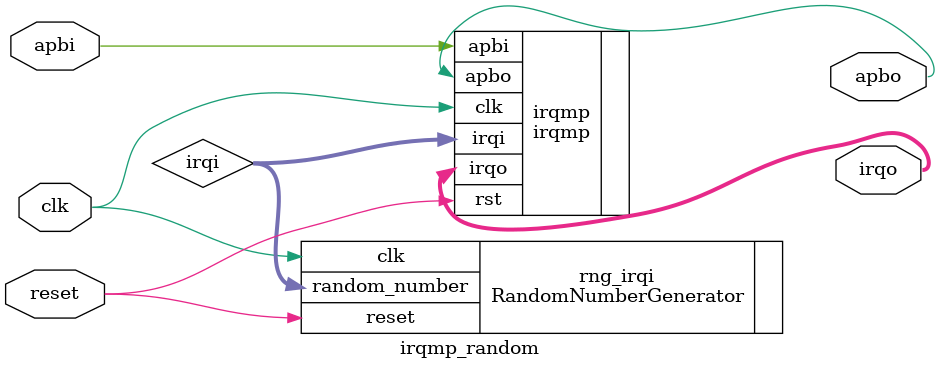
<source format=sv>
/*
* irqmp top level module that incorporates the random number generator
* to allow bitstream generation without Vivado interferance
*/
`include "../../random_number_generator.sv"

module irqmp_random(
    input logic clk,
    input logic reset,
    input logic apbi,
    output logic apbo,
    output logic [31:0] irqo
    );

logic [31:0] irqi;

RandomNumberGenerator #(32, 3) rng_irqi (
  .clk(clk),
  .reset(reset),
  .random_number(irqi[31:0])
);

irqmp irqmp (
    .clk(clk),
    .rst(reset),
    .apbi(apbi),
    .apbo(apbo),
    .irqi(irqi[31:0]),
    .irqo(irqo[31:0])
);

endmodule
</source>
